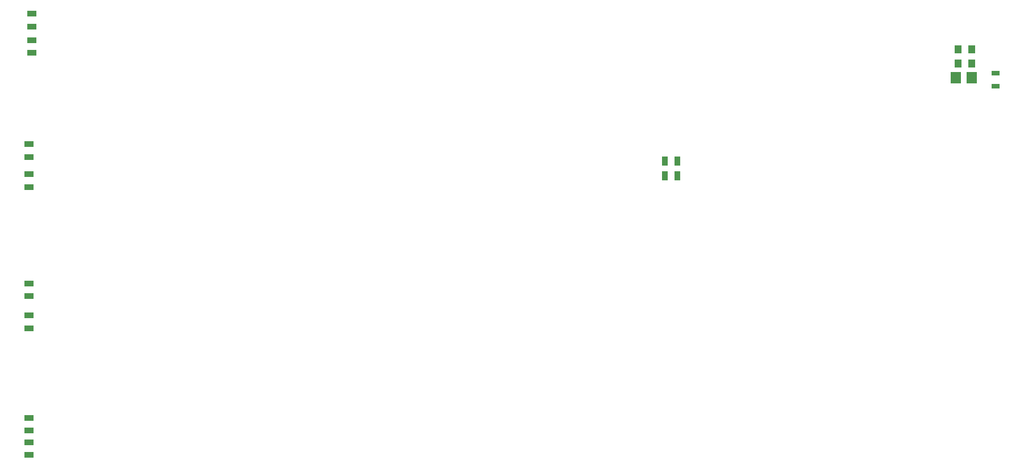
<source format=gbp>
G04 #@! TF.FileFunction,Paste,Bot*
%FSLAX46Y46*%
G04 Gerber Fmt 4.6, Leading zero omitted, Abs format (unit mm)*
G04 Created by KiCad (PCBNEW 4.0.4+e1-6308~48~ubuntu15.10.1-stable) date Fri Nov 17 08:43:39 2017*
%MOMM*%
%LPD*%
G01*
G04 APERTURE LIST*
%ADD10C,0.150000*%
%ADD11R,1.549400X1.800860*%
%ADD12R,0.889000X1.397000*%
%ADD13R,1.397000X0.889000*%
%ADD14R,1.000000X1.250000*%
%ADD15R,1.300000X0.700000*%
G04 APERTURE END LIST*
D10*
D11*
X213926020Y-71800000D03*
X211573980Y-71800000D03*
D12*
X168219500Y-86478600D03*
X170124500Y-86478600D03*
X168219500Y-84243400D03*
X170124500Y-84243400D03*
D13*
X73898000Y-64198500D03*
X73898000Y-62293500D03*
X73898000Y-66230500D03*
X73898000Y-68135500D03*
X73517000Y-83662900D03*
X73517000Y-81757900D03*
X73517000Y-86220300D03*
X73517000Y-88125300D03*
X73517000Y-104428100D03*
X73517000Y-102523100D03*
X73517000Y-107311700D03*
X73517000Y-109216700D03*
X73517000Y-124498100D03*
X73517000Y-122593100D03*
X73517000Y-126225300D03*
X73517000Y-128130300D03*
D14*
X211950000Y-67550000D03*
X213950000Y-67550000D03*
X211950000Y-69700000D03*
X213950000Y-69700000D03*
D15*
X217505280Y-73086000D03*
X217505280Y-71186000D03*
M02*

</source>
